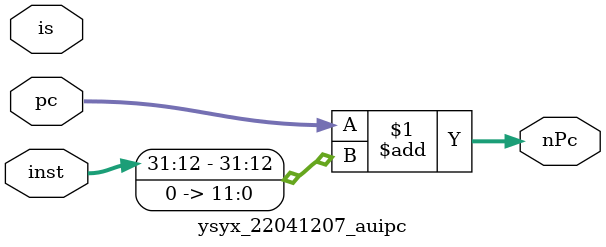
<source format=v>
module ysyx_22041207_auipc(
    input is,
    input [31:0] pc,
    input [63:0] inst,
    output [31:0] nPc
);
assign nPc = pc + {inst[31:12], 12'b0};
endmodule
</source>
